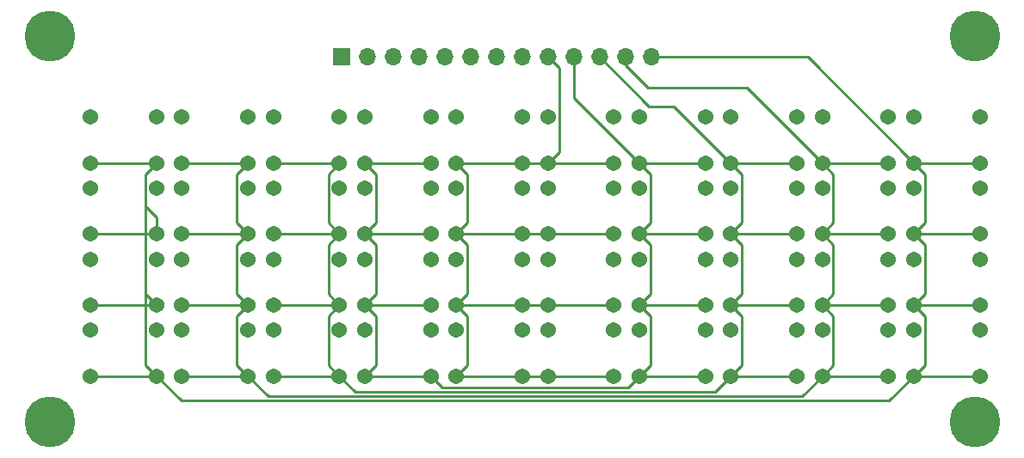
<source format=gbr>
%TF.GenerationSoftware,KiCad,Pcbnew,(5.1.6)-1*%
%TF.CreationDate,2020-09-22T22:21:25+03:00*%
%TF.ProjectId,ZX Keyboard_buttons,5a58204b-6579-4626-9f61-72645f627574,rev?*%
%TF.SameCoordinates,Original*%
%TF.FileFunction,Copper,L2,Bot*%
%TF.FilePolarity,Positive*%
%FSLAX46Y46*%
G04 Gerber Fmt 4.6, Leading zero omitted, Abs format (unit mm)*
G04 Created by KiCad (PCBNEW (5.1.6)-1) date 2020-09-22 22:21:25*
%MOMM*%
%LPD*%
G01*
G04 APERTURE LIST*
%TA.AperFunction,ComponentPad*%
%ADD10C,1.540000*%
%TD*%
%TA.AperFunction,ComponentPad*%
%ADD11O,1.700000X1.700000*%
%TD*%
%TA.AperFunction,ComponentPad*%
%ADD12R,1.700000X1.700000*%
%TD*%
%TA.AperFunction,ViaPad*%
%ADD13C,5.000000*%
%TD*%
%TA.AperFunction,Conductor*%
%ADD14C,0.250000*%
%TD*%
G04 APERTURE END LIST*
D10*
%TO.P,S4,4*%
%TO.N,/K_D3*%
X69500000Y-109500000D03*
%TO.P,S4,3*%
X63000000Y-109500000D03*
%TO.P,S4,2*%
%TO.N,/K_A11*%
X69500000Y-105000000D03*
%TO.P,S4,1*%
X63000000Y-105000000D03*
%TD*%
%TO.P,S5,4*%
%TO.N,/K_D4*%
X78500000Y-109500000D03*
%TO.P,S5,3*%
X72000000Y-109500000D03*
%TO.P,S5,2*%
%TO.N,/K_A11*%
X78500000Y-105000000D03*
%TO.P,S5,1*%
X72000000Y-105000000D03*
%TD*%
D11*
%TO.P,J1,13*%
%TO.N,/K_D0*%
X91186000Y-99060000D03*
%TO.P,J1,12*%
%TO.N,/K_D1*%
X88646000Y-99060000D03*
%TO.P,J1,11*%
%TO.N,/K_D2*%
X86106000Y-99060000D03*
%TO.P,J1,10*%
%TO.N,/K_D3*%
X83566000Y-99060000D03*
%TO.P,J1,9*%
%TO.N,/K_D4*%
X81026000Y-99060000D03*
%TO.P,J1,8*%
%TO.N,/K_A15*%
X78486000Y-99060000D03*
%TO.P,J1,7*%
%TO.N,/K_A14*%
X75946000Y-99060000D03*
%TO.P,J1,6*%
%TO.N,/K_A13*%
X73406000Y-99060000D03*
%TO.P,J1,5*%
%TO.N,/K_A12*%
X70866000Y-99060000D03*
%TO.P,J1,4*%
%TO.N,/K_A11*%
X68326000Y-99060000D03*
%TO.P,J1,3*%
%TO.N,/K_A10*%
X65786000Y-99060000D03*
%TO.P,J1,2*%
%TO.N,/K_A9*%
X63246000Y-99060000D03*
D12*
%TO.P,J1,1*%
%TO.N,/K_A8*%
X60706000Y-99060000D03*
%TD*%
D10*
%TO.P,S40,4*%
%TO.N,/K_D0*%
X123500000Y-130500000D03*
%TO.P,S40,3*%
X117000000Y-130500000D03*
%TO.P,S40,2*%
%TO.N,/K_A15*%
X123500000Y-126000000D03*
%TO.P,S40,1*%
X117000000Y-126000000D03*
%TD*%
%TO.P,S39,4*%
%TO.N,/K_D1*%
X114500000Y-130500000D03*
%TO.P,S39,3*%
X108000000Y-130500000D03*
%TO.P,S39,2*%
%TO.N,/K_A15*%
X114500000Y-126000000D03*
%TO.P,S39,1*%
X108000000Y-126000000D03*
%TD*%
%TO.P,S38,4*%
%TO.N,/K_D2*%
X105500000Y-130500000D03*
%TO.P,S38,3*%
X99000000Y-130500000D03*
%TO.P,S38,2*%
%TO.N,/K_A15*%
X105500000Y-126000000D03*
%TO.P,S38,1*%
X99000000Y-126000000D03*
%TD*%
%TO.P,S37,4*%
%TO.N,/K_D3*%
X96500000Y-130500000D03*
%TO.P,S37,3*%
X90000000Y-130500000D03*
%TO.P,S37,2*%
%TO.N,/K_A15*%
X96500000Y-126000000D03*
%TO.P,S37,1*%
X90000000Y-126000000D03*
%TD*%
%TO.P,S36,4*%
%TO.N,/K_D4*%
X87500000Y-130500000D03*
%TO.P,S36,3*%
X81000000Y-130500000D03*
%TO.P,S36,2*%
%TO.N,/K_A15*%
X87500000Y-126000000D03*
%TO.P,S36,1*%
X81000000Y-126000000D03*
%TD*%
%TO.P,S35,4*%
%TO.N,/K_D4*%
X78500000Y-130500000D03*
%TO.P,S35,3*%
X72000000Y-130500000D03*
%TO.P,S35,2*%
%TO.N,/K_A8*%
X78500000Y-126000000D03*
%TO.P,S35,1*%
X72000000Y-126000000D03*
%TD*%
%TO.P,S34,4*%
%TO.N,/K_D3*%
X69500000Y-130500000D03*
%TO.P,S34,3*%
X63000000Y-130500000D03*
%TO.P,S34,2*%
%TO.N,/K_A8*%
X69500000Y-126000000D03*
%TO.P,S34,1*%
X63000000Y-126000000D03*
%TD*%
%TO.P,S33,4*%
%TO.N,/K_D2*%
X60500000Y-130500000D03*
%TO.P,S33,3*%
X54000000Y-130500000D03*
%TO.P,S33,2*%
%TO.N,/K_A8*%
X60500000Y-126000000D03*
%TO.P,S33,1*%
X54000000Y-126000000D03*
%TD*%
%TO.P,S32,4*%
%TO.N,/K_D1*%
X51500000Y-130500000D03*
%TO.P,S32,3*%
X45000000Y-130500000D03*
%TO.P,S32,2*%
%TO.N,/K_A8*%
X51500000Y-126000000D03*
%TO.P,S32,1*%
X45000000Y-126000000D03*
%TD*%
%TO.P,S31,4*%
%TO.N,/K_D0*%
X42500000Y-130500000D03*
%TO.P,S31,3*%
X36000000Y-130500000D03*
%TO.P,S31,2*%
%TO.N,/K_A8*%
X42500000Y-126000000D03*
%TO.P,S31,1*%
X36000000Y-126000000D03*
%TD*%
%TO.P,S30,4*%
%TO.N,/K_D0*%
X123500000Y-123500000D03*
%TO.P,S30,3*%
X117000000Y-123500000D03*
%TO.P,S30,2*%
%TO.N,/K_A14*%
X123500000Y-119000000D03*
%TO.P,S30,1*%
X117000000Y-119000000D03*
%TD*%
%TO.P,S29,4*%
%TO.N,/K_D1*%
X114500000Y-123500000D03*
%TO.P,S29,3*%
X108000000Y-123500000D03*
%TO.P,S29,2*%
%TO.N,/K_A14*%
X114500000Y-119000000D03*
%TO.P,S29,1*%
X108000000Y-119000000D03*
%TD*%
%TO.P,S28,4*%
%TO.N,/K_D2*%
X105500000Y-123500000D03*
%TO.P,S28,3*%
X99000000Y-123500000D03*
%TO.P,S28,2*%
%TO.N,/K_A14*%
X105500000Y-119000000D03*
%TO.P,S28,1*%
X99000000Y-119000000D03*
%TD*%
%TO.P,S27,4*%
%TO.N,/K_D3*%
X96500000Y-123500000D03*
%TO.P,S27,3*%
X90000000Y-123500000D03*
%TO.P,S27,2*%
%TO.N,/K_A14*%
X96500000Y-119000000D03*
%TO.P,S27,1*%
X90000000Y-119000000D03*
%TD*%
%TO.P,S26,4*%
%TO.N,/K_D4*%
X87500000Y-123500000D03*
%TO.P,S26,3*%
X81000000Y-123500000D03*
%TO.P,S26,2*%
%TO.N,/K_A14*%
X87500000Y-119000000D03*
%TO.P,S26,1*%
X81000000Y-119000000D03*
%TD*%
%TO.P,S25,4*%
%TO.N,/K_D4*%
X78500000Y-123500000D03*
%TO.P,S25,3*%
X72000000Y-123500000D03*
%TO.P,S25,2*%
%TO.N,/K_A9*%
X78500000Y-119000000D03*
%TO.P,S25,1*%
X72000000Y-119000000D03*
%TD*%
%TO.P,S24,4*%
%TO.N,/K_D3*%
X69500000Y-123500000D03*
%TO.P,S24,3*%
X63000000Y-123500000D03*
%TO.P,S24,2*%
%TO.N,/K_A9*%
X69500000Y-119000000D03*
%TO.P,S24,1*%
X63000000Y-119000000D03*
%TD*%
%TO.P,S23,4*%
%TO.N,/K_D2*%
X60500000Y-123500000D03*
%TO.P,S23,3*%
X54000000Y-123500000D03*
%TO.P,S23,2*%
%TO.N,/K_A9*%
X60500000Y-119000000D03*
%TO.P,S23,1*%
X54000000Y-119000000D03*
%TD*%
%TO.P,S22,4*%
%TO.N,/K_D1*%
X51500000Y-123500000D03*
%TO.P,S22,3*%
X45000000Y-123500000D03*
%TO.P,S22,2*%
%TO.N,/K_A9*%
X51500000Y-119000000D03*
%TO.P,S22,1*%
X45000000Y-119000000D03*
%TD*%
%TO.P,S21,4*%
%TO.N,/K_D0*%
X42500000Y-123500000D03*
%TO.P,S21,3*%
X36000000Y-123500000D03*
%TO.P,S21,2*%
%TO.N,/K_A9*%
X42500000Y-119000000D03*
%TO.P,S21,1*%
X36000000Y-119000000D03*
%TD*%
%TO.P,S20,4*%
%TO.N,/K_D0*%
X123500000Y-116500000D03*
%TO.P,S20,3*%
X117000000Y-116500000D03*
%TO.P,S20,2*%
%TO.N,/K_A13*%
X123500000Y-112000000D03*
%TO.P,S20,1*%
X117000000Y-112000000D03*
%TD*%
%TO.P,S19,4*%
%TO.N,/K_D1*%
X114500000Y-116500000D03*
%TO.P,S19,3*%
X108000000Y-116500000D03*
%TO.P,S19,2*%
%TO.N,/K_A13*%
X114500000Y-112000000D03*
%TO.P,S19,1*%
X108000000Y-112000000D03*
%TD*%
%TO.P,S18,4*%
%TO.N,/K_D2*%
X105500000Y-116500000D03*
%TO.P,S18,3*%
X99000000Y-116500000D03*
%TO.P,S18,2*%
%TO.N,/K_A13*%
X105500000Y-112000000D03*
%TO.P,S18,1*%
X99000000Y-112000000D03*
%TD*%
%TO.P,S17,4*%
%TO.N,/K_D3*%
X96500000Y-116500000D03*
%TO.P,S17,3*%
X90000000Y-116500000D03*
%TO.P,S17,2*%
%TO.N,/K_A13*%
X96500000Y-112000000D03*
%TO.P,S17,1*%
X90000000Y-112000000D03*
%TD*%
%TO.P,S16,4*%
%TO.N,/K_D4*%
X87500000Y-116500000D03*
%TO.P,S16,3*%
X81000000Y-116500000D03*
%TO.P,S16,2*%
%TO.N,/K_A13*%
X87500000Y-112000000D03*
%TO.P,S16,1*%
X81000000Y-112000000D03*
%TD*%
%TO.P,S15,4*%
%TO.N,/K_D4*%
X78500000Y-116500000D03*
%TO.P,S15,3*%
X72000000Y-116500000D03*
%TO.P,S15,2*%
%TO.N,/K_A10*%
X78500000Y-112000000D03*
%TO.P,S15,1*%
X72000000Y-112000000D03*
%TD*%
%TO.P,S14,4*%
%TO.N,/K_D3*%
X69500000Y-116500000D03*
%TO.P,S14,3*%
X63000000Y-116500000D03*
%TO.P,S14,2*%
%TO.N,/K_A10*%
X69500000Y-112000000D03*
%TO.P,S14,1*%
X63000000Y-112000000D03*
%TD*%
%TO.P,S13,4*%
%TO.N,/K_D2*%
X60500000Y-116500000D03*
%TO.P,S13,3*%
X54000000Y-116500000D03*
%TO.P,S13,2*%
%TO.N,/K_A10*%
X60500000Y-112000000D03*
%TO.P,S13,1*%
X54000000Y-112000000D03*
%TD*%
%TO.P,S12,4*%
%TO.N,/K_D1*%
X51500000Y-116500000D03*
%TO.P,S12,3*%
X45000000Y-116500000D03*
%TO.P,S12,2*%
%TO.N,/K_A10*%
X51500000Y-112000000D03*
%TO.P,S12,1*%
X45000000Y-112000000D03*
%TD*%
%TO.P,S11,4*%
%TO.N,/K_D0*%
X42500000Y-116500000D03*
%TO.P,S11,3*%
X36000000Y-116500000D03*
%TO.P,S11,2*%
%TO.N,/K_A10*%
X42500000Y-112000000D03*
%TO.P,S11,1*%
X36000000Y-112000000D03*
%TD*%
%TO.P,S10,4*%
%TO.N,/K_D0*%
X123500000Y-109500000D03*
%TO.P,S10,3*%
X117000000Y-109500000D03*
%TO.P,S10,2*%
%TO.N,/K_A12*%
X123500000Y-105000000D03*
%TO.P,S10,1*%
X117000000Y-105000000D03*
%TD*%
%TO.P,S9,4*%
%TO.N,/K_D1*%
X114500000Y-109500000D03*
%TO.P,S9,3*%
X108000000Y-109500000D03*
%TO.P,S9,2*%
%TO.N,/K_A12*%
X114500000Y-105000000D03*
%TO.P,S9,1*%
X108000000Y-105000000D03*
%TD*%
%TO.P,S8,4*%
%TO.N,/K_D2*%
X105500000Y-109500000D03*
%TO.P,S8,3*%
X99000000Y-109500000D03*
%TO.P,S8,2*%
%TO.N,/K_A12*%
X105500000Y-105000000D03*
%TO.P,S8,1*%
X99000000Y-105000000D03*
%TD*%
%TO.P,S7,4*%
%TO.N,/K_D3*%
X96500000Y-109500000D03*
%TO.P,S7,3*%
X90000000Y-109500000D03*
%TO.P,S7,2*%
%TO.N,/K_A12*%
X96500000Y-105000000D03*
%TO.P,S7,1*%
X90000000Y-105000000D03*
%TD*%
%TO.P,S6,4*%
%TO.N,/K_D4*%
X87500000Y-109500000D03*
%TO.P,S6,3*%
X81000000Y-109500000D03*
%TO.P,S6,2*%
%TO.N,/K_A12*%
X87500000Y-105000000D03*
%TO.P,S6,1*%
X81000000Y-105000000D03*
%TD*%
%TO.P,S3,4*%
%TO.N,/K_D2*%
X60500000Y-109500000D03*
%TO.P,S3,3*%
X54000000Y-109500000D03*
%TO.P,S3,2*%
%TO.N,/K_A11*%
X60500000Y-105000000D03*
%TO.P,S3,1*%
X54000000Y-105000000D03*
%TD*%
%TO.P,S2,4*%
%TO.N,/K_D1*%
X51500000Y-109500000D03*
%TO.P,S2,3*%
X45000000Y-109500000D03*
%TO.P,S2,2*%
%TO.N,/K_A11*%
X51500000Y-105000000D03*
%TO.P,S2,1*%
X45000000Y-105000000D03*
%TD*%
%TO.P,S1,4*%
%TO.N,/K_D0*%
X42500000Y-109500000D03*
%TO.P,S1,3*%
X36000000Y-109500000D03*
%TO.P,S1,2*%
%TO.N,/K_A11*%
X42500000Y-105000000D03*
%TO.P,S1,1*%
X36000000Y-105000000D03*
%TD*%
D13*
%TO.N,*%
X32000000Y-97000000D03*
X32000000Y-135000000D03*
X123000000Y-135000000D03*
X123000000Y-97000000D03*
%TD*%
D14*
%TO.N,/K_D0*%
X36000000Y-123500000D02*
X42500000Y-123500000D01*
X36000000Y-130500000D02*
X42500000Y-130500000D01*
X36000000Y-116500000D02*
X42500000Y-116500000D01*
X36000000Y-109500000D02*
X42500000Y-109500000D01*
X42500000Y-116500000D02*
X42500000Y-114890000D01*
X41404999Y-110595001D02*
X42500000Y-109500000D01*
X42500000Y-114890000D02*
X41404999Y-113794999D01*
X42500000Y-123500000D02*
X41404999Y-122404999D01*
X41404999Y-113794999D02*
X41404999Y-113281001D01*
X41404999Y-113281001D02*
X41404999Y-110595001D01*
X42500000Y-130500000D02*
X41404999Y-129404999D01*
X41404999Y-122404999D02*
X41404999Y-122176999D01*
X41404999Y-129404999D02*
X41404999Y-122176999D01*
X41404999Y-122176999D02*
X41404999Y-113281001D01*
X117000000Y-109500000D02*
X123500000Y-109500000D01*
X118095001Y-115404999D02*
X117000000Y-116500000D01*
X118095001Y-110595001D02*
X118095001Y-115404999D01*
X117000000Y-109500000D02*
X118095001Y-110595001D01*
X117000000Y-116500000D02*
X123500000Y-116500000D01*
X118095001Y-117595001D02*
X118095001Y-122404999D01*
X118095001Y-122404999D02*
X117000000Y-123500000D01*
X117000000Y-116500000D02*
X118095001Y-117595001D01*
X117000000Y-123500000D02*
X123500000Y-123500000D01*
X118095001Y-129404999D02*
X117000000Y-130500000D01*
X118095001Y-124595001D02*
X118095001Y-129404999D01*
X117000000Y-123500000D02*
X118095001Y-124595001D01*
X117000000Y-130500000D02*
X123500000Y-130500000D01*
X44945030Y-132945030D02*
X42500000Y-130500000D01*
X114554970Y-132945030D02*
X44945030Y-132945030D01*
X117000000Y-130500000D02*
X114554970Y-132945030D01*
X106560000Y-99060000D02*
X91186000Y-99060000D01*
X117000000Y-109500000D02*
X106560000Y-99060000D01*
%TO.N,/K_D1*%
X45000000Y-130500000D02*
X51500000Y-130500000D01*
X50404999Y-129404999D02*
X50404999Y-124595001D01*
X50404999Y-124595001D02*
X51500000Y-123500000D01*
X51500000Y-130500000D02*
X50404999Y-129404999D01*
X51500000Y-123500000D02*
X45000000Y-123500000D01*
X50404999Y-117595001D02*
X51500000Y-116500000D01*
X50404999Y-122404999D02*
X50404999Y-117595001D01*
X51500000Y-123500000D02*
X50404999Y-122404999D01*
X51500000Y-116500000D02*
X45000000Y-116500000D01*
X50404999Y-110595001D02*
X51500000Y-109500000D01*
X50404999Y-115404999D02*
X50404999Y-110595001D01*
X51500000Y-116500000D02*
X50404999Y-115404999D01*
X51500000Y-109500000D02*
X45000000Y-109500000D01*
X108000000Y-109500000D02*
X114500000Y-109500000D01*
X109095001Y-115404999D02*
X108000000Y-116500000D01*
X109095001Y-110595001D02*
X109095001Y-115404999D01*
X108000000Y-109500000D02*
X109095001Y-110595001D01*
X108000000Y-116500000D02*
X114500000Y-116500000D01*
X109095001Y-122404999D02*
X108000000Y-123500000D01*
X109095001Y-117595001D02*
X109095001Y-122404999D01*
X108000000Y-116500000D02*
X109095001Y-117595001D01*
X108000000Y-123500000D02*
X114500000Y-123500000D01*
X109095001Y-129404999D02*
X108000000Y-130500000D01*
X109095001Y-124595001D02*
X109095001Y-129404999D01*
X108000000Y-123500000D02*
X109095001Y-124595001D01*
X108000000Y-130500000D02*
X114500000Y-130500000D01*
X53495020Y-132495020D02*
X51500000Y-130500000D01*
X106004980Y-132495020D02*
X53495020Y-132495020D01*
X108000000Y-130500000D02*
X106004980Y-132495020D01*
X108000000Y-109500000D02*
X100608000Y-102108000D01*
X90893002Y-102108000D02*
X88646000Y-99860998D01*
X88646000Y-99860998D02*
X88646000Y-99060000D01*
X100608000Y-102108000D02*
X90893002Y-102108000D01*
%TO.N,/K_D2*%
X54000000Y-130500000D02*
X60500000Y-130500000D01*
X59404999Y-129404999D02*
X59404999Y-124595001D01*
X59404999Y-124595001D02*
X60500000Y-123500000D01*
X60500000Y-130500000D02*
X59404999Y-129404999D01*
X60500000Y-123500000D02*
X54000000Y-123500000D01*
X59404999Y-117595001D02*
X60500000Y-116500000D01*
X59404999Y-122404999D02*
X59404999Y-117595001D01*
X60500000Y-123500000D02*
X59404999Y-122404999D01*
X60500000Y-116500000D02*
X54000000Y-116500000D01*
X59404999Y-110595001D02*
X60500000Y-109500000D01*
X59404999Y-115404999D02*
X59404999Y-110595001D01*
X60500000Y-116500000D02*
X59404999Y-115404999D01*
X60500000Y-109500000D02*
X54000000Y-109500000D01*
X100095001Y-115404999D02*
X99000000Y-116500000D01*
X100095001Y-110595001D02*
X100095001Y-115404999D01*
X99000000Y-109500000D02*
X100095001Y-110595001D01*
X99000000Y-109500000D02*
X105500000Y-109500000D01*
X100095001Y-122404999D02*
X99000000Y-123500000D01*
X100095001Y-117595001D02*
X100095001Y-122404999D01*
X99000000Y-116500000D02*
X100095001Y-117595001D01*
X99000000Y-116500000D02*
X105500000Y-116500000D01*
X100095001Y-129404999D02*
X99000000Y-130500000D01*
X100095001Y-124595001D02*
X100095001Y-129404999D01*
X99000000Y-123500000D02*
X100095001Y-124595001D01*
X99000000Y-123500000D02*
X105500000Y-123500000D01*
X99000000Y-130500000D02*
X105500000Y-130500000D01*
X62045010Y-132045010D02*
X60500000Y-130500000D01*
X97454990Y-132045010D02*
X62045010Y-132045010D01*
X99000000Y-130500000D02*
X97454990Y-132045010D01*
X90950999Y-103904999D02*
X86106000Y-99060000D01*
X93404999Y-103904999D02*
X90950999Y-103904999D01*
X99000000Y-109500000D02*
X93404999Y-103904999D01*
%TO.N,/K_D3*%
X69500000Y-130500000D02*
X63000000Y-130500000D01*
X64095001Y-129404999D02*
X64095001Y-124595001D01*
X64095001Y-124595001D02*
X63000000Y-123500000D01*
X63000000Y-130500000D02*
X64095001Y-129404999D01*
X63000000Y-123500000D02*
X69500000Y-123500000D01*
X64095001Y-117595001D02*
X63000000Y-116500000D01*
X64095001Y-122404999D02*
X64095001Y-117595001D01*
X63000000Y-123500000D02*
X64095001Y-122404999D01*
X63000000Y-116500000D02*
X69500000Y-116500000D01*
X64095001Y-110595001D02*
X63000000Y-109500000D01*
X64095001Y-115404999D02*
X64095001Y-110595001D01*
X63000000Y-116500000D02*
X64095001Y-115404999D01*
X63000000Y-109500000D02*
X69500000Y-109500000D01*
X96500000Y-109500000D02*
X90000000Y-109500000D01*
X91095001Y-115404999D02*
X90000000Y-116500000D01*
X91095001Y-110595001D02*
X91095001Y-115404999D01*
X90000000Y-109500000D02*
X91095001Y-110595001D01*
X90000000Y-116500000D02*
X96500000Y-116500000D01*
X91095001Y-122404999D02*
X90000000Y-123500000D01*
X91095001Y-117595001D02*
X91095001Y-122404999D01*
X90000000Y-116500000D02*
X91095001Y-117595001D01*
X90000000Y-123500000D02*
X96500000Y-123500000D01*
X91095001Y-129404999D02*
X90000000Y-130500000D01*
X91095001Y-124595001D02*
X91095001Y-129404999D01*
X90000000Y-123500000D02*
X91095001Y-124595001D01*
X90000000Y-130500000D02*
X96500000Y-130500000D01*
X70595001Y-131595001D02*
X69500000Y-130500000D01*
X88904999Y-131595001D02*
X70595001Y-131595001D01*
X90000000Y-130500000D02*
X88904999Y-131595001D01*
X83566000Y-103066000D02*
X83566000Y-99060000D01*
X90000000Y-109500000D02*
X83566000Y-103066000D01*
%TO.N,/K_D4*%
X78500000Y-130500000D02*
X72000000Y-130500000D01*
X73095001Y-124595001D02*
X72000000Y-123500000D01*
X73095001Y-129404999D02*
X73095001Y-124595001D01*
X72000000Y-130500000D02*
X73095001Y-129404999D01*
X72000000Y-123500000D02*
X78500000Y-123500000D01*
X73095001Y-117595001D02*
X72000000Y-116500000D01*
X73095001Y-122404999D02*
X73095001Y-117595001D01*
X72000000Y-123500000D02*
X73095001Y-122404999D01*
X72000000Y-116500000D02*
X78500000Y-116500000D01*
X73095001Y-110595001D02*
X72000000Y-109500000D01*
X73095001Y-115404999D02*
X73095001Y-110595001D01*
X72000000Y-116500000D02*
X73095001Y-115404999D01*
X72000000Y-109500000D02*
X78500000Y-109500000D01*
X78500000Y-109500000D02*
X81000000Y-109500000D01*
X81000000Y-109500000D02*
X87500000Y-109500000D01*
X78500000Y-116500000D02*
X81000000Y-116500000D01*
X81000000Y-116500000D02*
X87500000Y-116500000D01*
X78500000Y-123500000D02*
X81000000Y-123500000D01*
X81000000Y-123500000D02*
X87500000Y-123500000D01*
X78500000Y-130500000D02*
X81000000Y-130500000D01*
X81000000Y-130500000D02*
X87500000Y-130500000D01*
X82095001Y-100129001D02*
X81026000Y-99060000D01*
X82095001Y-108404999D02*
X82095001Y-100129001D01*
X81000000Y-109500000D02*
X82095001Y-108404999D01*
%TD*%
M02*

</source>
